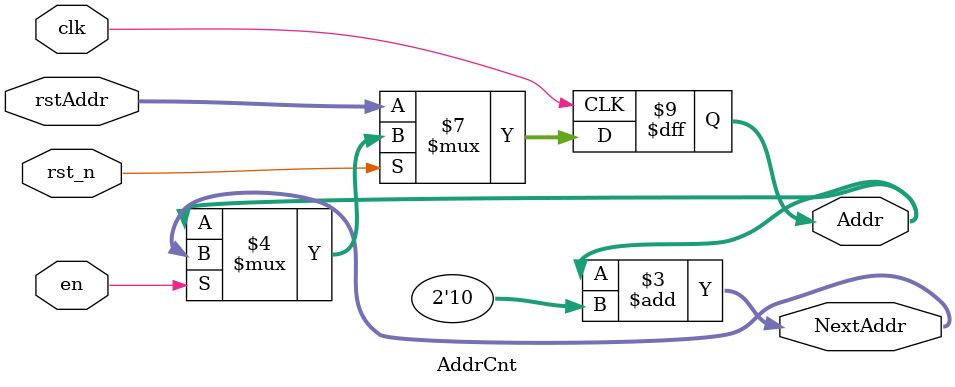
<source format=v>
module AddrCnt(input wire clk,rst_n,en,
               input wire[31:0] rstAddr,
               output reg[31:0] Addr,
               output wire[31:0] NextAddr);

    always @(posedge clk) begin
        if(!rst_n)begin
            Addr <= rstAddr;
        end
        else if(en)begin
            Addr <= NextAddr;
        end
    end

    assign NextAddr = Addr+2'b10;

endmodule
</source>
